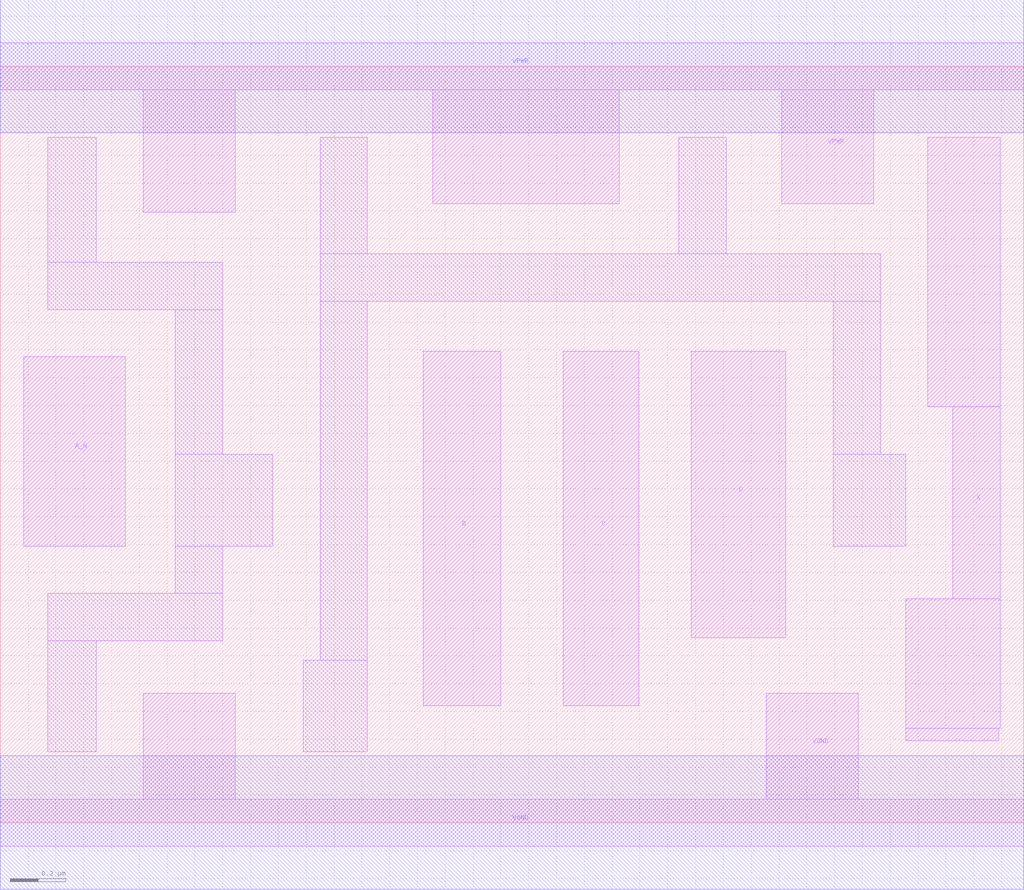
<source format=lef>
# Copyright 2020 The SkyWater PDK Authors
#
# Licensed under the Apache License, Version 2.0 (the "License");
# you may not use this file except in compliance with the License.
# You may obtain a copy of the License at
#
#     https://www.apache.org/licenses/LICENSE-2.0
#
# Unless required by applicable law or agreed to in writing, software
# distributed under the License is distributed on an "AS IS" BASIS,
# WITHOUT WARRANTIES OR CONDITIONS OF ANY KIND, either express or implied.
# See the License for the specific language governing permissions and
# limitations under the License.
#
# SPDX-License-Identifier: Apache-2.0

VERSION 5.5 ;
NAMESCASESENSITIVE ON ;
BUSBITCHARS "[]" ;
DIVIDERCHAR "/" ;
MACRO sky130_fd_sc_hd__and4b_1
  CLASS CORE ;
  SOURCE USER ;
  ORIGIN  0.000000  0.000000 ;
  SIZE  3.680000 BY  2.720000 ;
  SYMMETRY X Y R90 ;
  SITE unithd ;
  PIN A_N
    ANTENNAGATEAREA  0.126000 ;
    DIRECTION INPUT ;
    USE SIGNAL ;
    PORT
      LAYER li1 ;
        RECT 0.085000 0.995000 0.450000 1.675000 ;
    END
  END A_N
  PIN B
    ANTENNAGATEAREA  0.126000 ;
    DIRECTION INPUT ;
    USE SIGNAL ;
    PORT
      LAYER li1 ;
        RECT 1.520000 0.420000 1.800000 1.695000 ;
    END
  END B
  PIN C
    ANTENNAGATEAREA  0.126000 ;
    DIRECTION INPUT ;
    USE SIGNAL ;
    PORT
      LAYER li1 ;
        RECT 2.025000 0.420000 2.295000 1.695000 ;
    END
  END C
  PIN D
    ANTENNAGATEAREA  0.126000 ;
    DIRECTION INPUT ;
    USE SIGNAL ;
    PORT
      LAYER li1 ;
        RECT 2.485000 0.665000 2.825000 1.695000 ;
    END
  END D
  PIN X
    ANTENNADIFFAREA  0.429000 ;
    DIRECTION OUTPUT ;
    USE SIGNAL ;
    PORT
      LAYER li1 ;
        RECT 3.255000 0.295000 3.590000 0.340000 ;
        RECT 3.255000 0.340000 3.595000 0.805000 ;
        RECT 3.335000 1.495000 3.595000 2.465000 ;
        RECT 3.425000 0.805000 3.595000 1.495000 ;
    END
  END X
  PIN VGND
    DIRECTION INOUT ;
    SHAPE ABUTMENT ;
    USE GROUND ;
    PORT
      LAYER li1 ;
        RECT 0.000000 -0.085000 3.680000 0.085000 ;
        RECT 0.515000  0.085000 0.845000 0.465000 ;
        RECT 2.755000  0.085000 3.085000 0.465000 ;
    END
    PORT
      LAYER met1 ;
        RECT 0.000000 -0.240000 3.680000 0.240000 ;
    END
  END VGND
  PIN VPWR
    DIRECTION INOUT ;
    SHAPE ABUTMENT ;
    USE POWER ;
    PORT
      LAYER li1 ;
        RECT 0.000000 2.635000 3.680000 2.805000 ;
        RECT 0.515000 2.195000 0.845000 2.635000 ;
        RECT 1.555000 2.225000 2.225000 2.635000 ;
        RECT 2.810000 2.225000 3.140000 2.635000 ;
    END
    PORT
      LAYER met1 ;
        RECT 0.000000 2.480000 3.680000 2.960000 ;
    END
  END VPWR
  OBS
    LAYER li1 ;
      RECT 0.170000 0.255000 0.345000 0.655000 ;
      RECT 0.170000 0.655000 0.800000 0.825000 ;
      RECT 0.170000 1.845000 0.800000 2.015000 ;
      RECT 0.170000 2.015000 0.345000 2.465000 ;
      RECT 0.630000 0.825000 0.800000 0.995000 ;
      RECT 0.630000 0.995000 0.980000 1.325000 ;
      RECT 0.630000 1.325000 0.800000 1.845000 ;
      RECT 1.090000 0.255000 1.320000 0.585000 ;
      RECT 1.150000 0.585000 1.320000 1.875000 ;
      RECT 1.150000 1.875000 3.165000 2.045000 ;
      RECT 1.150000 2.045000 1.320000 2.465000 ;
      RECT 2.440000 2.045000 2.610000 2.465000 ;
      RECT 2.995000 0.995000 3.255000 1.325000 ;
      RECT 2.995000 1.325000 3.165000 1.875000 ;
  END
END sky130_fd_sc_hd__and4b_1
END LIBRARY

</source>
